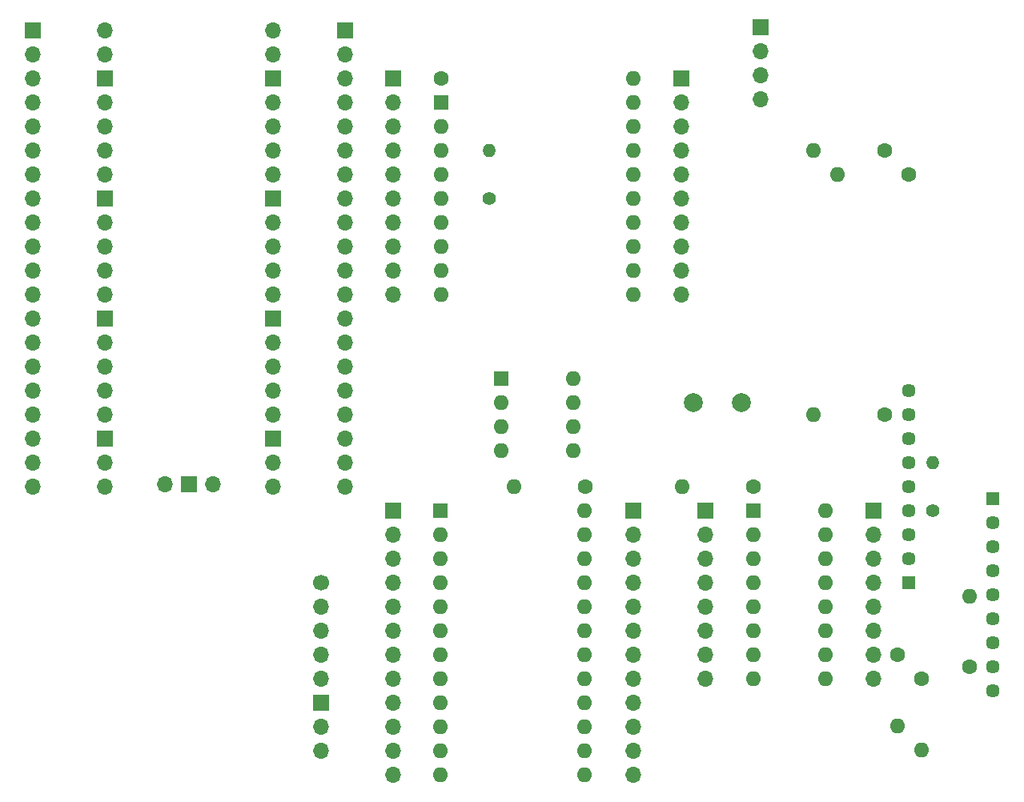
<source format=gbr>
%TF.GenerationSoftware,KiCad,Pcbnew,(6.0.7)*%
%TF.CreationDate,2022-09-18T20:43:17-07:00*%
%TF.ProjectId,module_board,6d6f6475-6c65-45f6-926f-6172642e6b69,rev?*%
%TF.SameCoordinates,Original*%
%TF.FileFunction,Soldermask,Bot*%
%TF.FilePolarity,Negative*%
%FSLAX46Y46*%
G04 Gerber Fmt 4.6, Leading zero omitted, Abs format (unit mm)*
G04 Created by KiCad (PCBNEW (6.0.7)) date 2022-09-18 20:43:17*
%MOMM*%
%LPD*%
G01*
G04 APERTURE LIST*
%ADD10R,1.600000X1.600000*%
%ADD11O,1.600000X1.600000*%
%ADD12C,1.600000*%
%ADD13R,1.700000X1.700000*%
%ADD14O,1.700000X1.700000*%
%ADD15C,1.700000*%
%ADD16C,1.450000*%
%ADD17R,1.450000X1.450000*%
%ADD18O,1.400000X1.400000*%
%ADD19C,1.400000*%
%ADD20C,2.000000*%
G04 APERTURE END LIST*
D10*
%TO.C,U4*%
X148585000Y-93980000D03*
D11*
X148585000Y-96520000D03*
X148585000Y-99060000D03*
X148585000Y-101600000D03*
X148585000Y-104140000D03*
X148585000Y-106680000D03*
X148585000Y-109220000D03*
X148585000Y-111760000D03*
X148585000Y-114300000D03*
X148585000Y-116840000D03*
X148585000Y-119380000D03*
X148585000Y-121920000D03*
X163825000Y-121920000D03*
X163825000Y-119380000D03*
X163825000Y-116840000D03*
X163825000Y-114300000D03*
X163825000Y-111760000D03*
X163825000Y-109220000D03*
X163825000Y-106680000D03*
X163825000Y-104140000D03*
X163825000Y-101600000D03*
X163825000Y-99060000D03*
X163825000Y-96520000D03*
X163825000Y-93980000D03*
%TD*%
D12*
%TO.C,C1*%
X163830000Y-91440000D03*
D11*
X156330000Y-91440000D03*
%TD*%
D10*
%TO.C,U2*%
X154950000Y-80020000D03*
D11*
X154950000Y-82560000D03*
X154950000Y-85100000D03*
X154950000Y-87640000D03*
X162570000Y-87640000D03*
X162570000Y-85100000D03*
X162570000Y-82560000D03*
X162570000Y-80020000D03*
%TD*%
D13*
%TO.C,J7*%
X168910000Y-93980000D03*
D14*
X168910000Y-96520000D03*
X168910000Y-99060000D03*
X168910000Y-101600000D03*
X168910000Y-104140000D03*
X168910000Y-106680000D03*
X168910000Y-109220000D03*
X168910000Y-111760000D03*
X168910000Y-114300000D03*
X168910000Y-116840000D03*
X168910000Y-119380000D03*
X168910000Y-121920000D03*
%TD*%
D13*
%TO.C,J6*%
X143510000Y-93980000D03*
D14*
X143510000Y-96520000D03*
X143510000Y-99060000D03*
X143510000Y-101600000D03*
X143510000Y-104140000D03*
X143510000Y-106680000D03*
X143510000Y-109220000D03*
X143510000Y-111760000D03*
X143510000Y-114300000D03*
X143510000Y-116840000D03*
X143510000Y-119380000D03*
X143510000Y-121920000D03*
%TD*%
D15*
%TO.C,J2*%
X135890000Y-101600000D03*
D14*
X135890000Y-104140000D03*
X135890000Y-106680000D03*
X135890000Y-109220000D03*
X135890000Y-111760000D03*
D13*
X135890000Y-114300000D03*
D14*
X135890000Y-116840000D03*
X135890000Y-119380000D03*
%TD*%
%TO.C,J4*%
X143515000Y-71120000D03*
X143515000Y-68580000D03*
X143515000Y-66040000D03*
X143515000Y-63500000D03*
X143515000Y-60960000D03*
X143515000Y-58420000D03*
X143515000Y-55880000D03*
X143515000Y-53340000D03*
X143515000Y-50800000D03*
D13*
X143515000Y-48260000D03*
%TD*%
D12*
%TO.C,U3*%
X148595000Y-48260000D03*
D10*
X148595000Y-50800000D03*
D11*
X148595000Y-53340000D03*
X148595000Y-55880000D03*
X148595000Y-58420000D03*
X148595000Y-60960000D03*
X148595000Y-63500000D03*
X148595000Y-66040000D03*
X148595000Y-68580000D03*
X148595000Y-71120000D03*
X168915000Y-71120000D03*
X168915000Y-68580000D03*
X168915000Y-66040000D03*
X168915000Y-63500000D03*
X168915000Y-60960000D03*
X168915000Y-58420000D03*
X168915000Y-55880000D03*
X168915000Y-53340000D03*
X168915000Y-50800000D03*
X168915000Y-48260000D03*
%TD*%
D14*
%TO.C,J5*%
X173995000Y-71120000D03*
X173995000Y-68580000D03*
X173995000Y-66040000D03*
X173995000Y-63500000D03*
X173995000Y-60960000D03*
X173995000Y-58420000D03*
X173995000Y-55880000D03*
X173995000Y-53340000D03*
X173995000Y-50800000D03*
D13*
X173995000Y-48260000D03*
%TD*%
D14*
%TO.C,U1*%
X124460000Y-91210000D03*
D13*
X121920000Y-91210000D03*
D14*
X119380000Y-91210000D03*
X130810000Y-43180000D03*
X130810000Y-45720000D03*
D13*
X130810000Y-48260000D03*
D14*
X130810000Y-50800000D03*
X130810000Y-53340000D03*
X130810000Y-55880000D03*
X130810000Y-58420000D03*
D13*
X130810000Y-60960000D03*
D14*
X130810000Y-63500000D03*
X130810000Y-66040000D03*
X130810000Y-68580000D03*
X130810000Y-71120000D03*
D13*
X130810000Y-73660000D03*
D14*
X130810000Y-76200000D03*
X130810000Y-78740000D03*
X130810000Y-81280000D03*
X130810000Y-83820000D03*
D13*
X130810000Y-86360000D03*
D14*
X130810000Y-88900000D03*
X130810000Y-91440000D03*
X113030000Y-91440000D03*
X113030000Y-88900000D03*
D13*
X113030000Y-86360000D03*
D14*
X113030000Y-83820000D03*
X113030000Y-81280000D03*
X113030000Y-78740000D03*
X113030000Y-76200000D03*
D13*
X113030000Y-73660000D03*
D14*
X113030000Y-71120000D03*
X113030000Y-68580000D03*
X113030000Y-66040000D03*
X113030000Y-63500000D03*
D13*
X113030000Y-60960000D03*
D14*
X113030000Y-58420000D03*
X113030000Y-55880000D03*
X113030000Y-53340000D03*
X113030000Y-50800000D03*
D13*
X113030000Y-48260000D03*
D14*
X113030000Y-45720000D03*
X113030000Y-43180000D03*
%TD*%
D16*
%TO.C,U7*%
X206980000Y-113030000D03*
X206980000Y-110490000D03*
X206980000Y-107950000D03*
X206980000Y-105410000D03*
X206980000Y-102870000D03*
X206980000Y-100330000D03*
X206980000Y-97790000D03*
X206980000Y-95250000D03*
D17*
X206980000Y-92710000D03*
%TD*%
D16*
%TO.C,U6*%
X198090000Y-81280000D03*
X198090000Y-83820000D03*
X198090000Y-86360000D03*
X198090000Y-88900000D03*
X198090000Y-91440000D03*
X198090000Y-93980000D03*
X198090000Y-96520000D03*
X198090000Y-99060000D03*
D17*
X198090000Y-101600000D03*
%TD*%
D11*
%TO.C,U5*%
X189230000Y-93980000D03*
X189230000Y-96520000D03*
X189230000Y-99060000D03*
X189230000Y-101600000D03*
X189230000Y-104140000D03*
X189230000Y-106680000D03*
X189230000Y-109220000D03*
X189230000Y-111760000D03*
X181610000Y-111760000D03*
X181610000Y-109220000D03*
X181610000Y-106680000D03*
X181610000Y-104140000D03*
X181610000Y-101600000D03*
X181610000Y-99060000D03*
X181610000Y-96520000D03*
D10*
X181610000Y-93980000D03*
%TD*%
D18*
%TO.C,R2*%
X200600000Y-88900000D03*
D19*
X200600000Y-93980000D03*
%TD*%
%TO.C,R1*%
X153670000Y-60960000D03*
D18*
X153670000Y-55880000D03*
%TD*%
D13*
%TO.C,J10*%
X182372000Y-42799000D03*
D14*
X182372000Y-45339000D03*
X182372000Y-47879000D03*
X182372000Y-50419000D03*
%TD*%
D13*
%TO.C,J9*%
X194310000Y-93980000D03*
D14*
X194310000Y-96520000D03*
X194310000Y-99060000D03*
X194310000Y-101600000D03*
X194310000Y-104140000D03*
X194310000Y-106680000D03*
X194310000Y-109220000D03*
X194310000Y-111760000D03*
%TD*%
D13*
%TO.C,J8*%
X176530000Y-93980000D03*
D14*
X176530000Y-96520000D03*
X176530000Y-99060000D03*
X176530000Y-101600000D03*
X176530000Y-104140000D03*
X176530000Y-106680000D03*
X176530000Y-109220000D03*
X176530000Y-111760000D03*
%TD*%
%TO.C,J3*%
X138430000Y-91440000D03*
X138430000Y-88900000D03*
X138430000Y-86360000D03*
X138430000Y-83820000D03*
X138430000Y-81280000D03*
X138430000Y-78740000D03*
X138430000Y-76200000D03*
X138430000Y-73660000D03*
X138430000Y-71120000D03*
X138430000Y-68580000D03*
X138430000Y-66040000D03*
X138430000Y-63500000D03*
X138430000Y-60960000D03*
X138430000Y-58420000D03*
X138430000Y-55880000D03*
X138430000Y-53340000D03*
X138430000Y-50800000D03*
X138430000Y-48260000D03*
X138430000Y-45720000D03*
D13*
X138430000Y-43180000D03*
%TD*%
D14*
%TO.C,J1*%
X105410000Y-91440000D03*
X105410000Y-88900000D03*
X105410000Y-86360000D03*
X105410000Y-83820000D03*
X105410000Y-81280000D03*
X105410000Y-78740000D03*
X105410000Y-76200000D03*
X105410000Y-73660000D03*
X105410000Y-71120000D03*
X105410000Y-68580000D03*
X105410000Y-66040000D03*
X105410000Y-63500000D03*
X105410000Y-60960000D03*
X105410000Y-58420000D03*
X105410000Y-55880000D03*
X105410000Y-53340000D03*
X105410000Y-50800000D03*
X105410000Y-48260000D03*
X105410000Y-45720000D03*
D13*
X105410000Y-43180000D03*
%TD*%
D20*
%TO.C,FB1*%
X175260000Y-82550000D03*
X180340000Y-82550000D03*
%TD*%
D12*
%TO.C,C8*%
X204470000Y-110490000D03*
D11*
X204470000Y-102990000D03*
%TD*%
D12*
%TO.C,C7*%
X195520000Y-83820000D03*
D11*
X188020000Y-83820000D03*
%TD*%
%TO.C,C6*%
X190560000Y-58420000D03*
D12*
X198060000Y-58420000D03*
%TD*%
D11*
%TO.C,C5*%
X188020000Y-55880000D03*
D12*
X195520000Y-55880000D03*
%TD*%
D11*
%TO.C,C4*%
X199390000Y-119260000D03*
D12*
X199390000Y-111760000D03*
%TD*%
%TO.C,C3*%
X196850000Y-109220000D03*
D11*
X196850000Y-116720000D03*
%TD*%
%TO.C,C2*%
X174110000Y-91440000D03*
D12*
X181610000Y-91440000D03*
%TD*%
M02*

</source>
